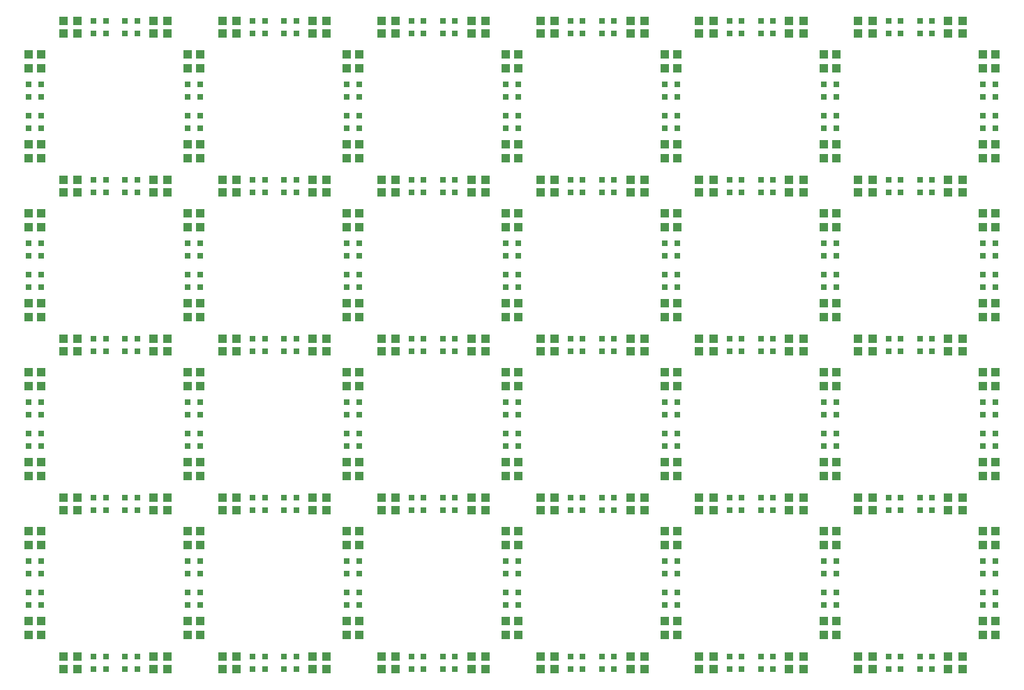
<source format=gtp>
G75*
%MOIN*%
%OFA0B0*%
%FSLAX25Y25*%
%IPPOS*%
%LPD*%
%AMOC8*
5,1,8,0,0,1.08239X$1,22.5*
%
%ADD10R,0.04331X0.03937*%
%ADD11R,0.03150X0.03150*%
%ADD12R,0.03937X0.04331*%
D10*
X0040291Y0033109D03*
X0046291Y0033109D03*
X0046291Y0039802D03*
X0040291Y0039802D03*
X0040291Y0076109D03*
X0046291Y0076109D03*
X0046291Y0082802D03*
X0040291Y0082802D03*
X0040291Y0109094D03*
X0046291Y0109094D03*
X0046291Y0115787D03*
X0040291Y0115787D03*
X0040291Y0152094D03*
X0046291Y0152094D03*
X0046291Y0158787D03*
X0040291Y0158787D03*
X0040291Y0185078D03*
X0046291Y0185078D03*
X0046291Y0191771D03*
X0040291Y0191771D03*
X0040291Y0228078D03*
X0046291Y0228078D03*
X0046291Y0234771D03*
X0040291Y0234771D03*
X0040291Y0261062D03*
X0046291Y0261062D03*
X0046291Y0267755D03*
X0040291Y0267755D03*
X0040291Y0304062D03*
X0046291Y0304062D03*
X0046291Y0310755D03*
X0040291Y0310755D03*
X0116276Y0310755D03*
X0122276Y0310755D03*
X0122276Y0304062D03*
X0116276Y0304062D03*
X0116276Y0267755D03*
X0122276Y0267755D03*
X0122276Y0261062D03*
X0116276Y0261062D03*
X0116276Y0234771D03*
X0122276Y0234771D03*
X0122276Y0228078D03*
X0116276Y0228078D03*
X0116276Y0191771D03*
X0122276Y0191771D03*
X0122276Y0185078D03*
X0116276Y0185078D03*
X0116276Y0158787D03*
X0122276Y0158787D03*
X0122276Y0152094D03*
X0116276Y0152094D03*
X0116276Y0115787D03*
X0122276Y0115787D03*
X0122276Y0109094D03*
X0116276Y0109094D03*
X0116276Y0082802D03*
X0122276Y0082802D03*
X0122276Y0076109D03*
X0116276Y0076109D03*
X0116276Y0039802D03*
X0122276Y0039802D03*
X0122276Y0033109D03*
X0116276Y0033109D03*
X0192260Y0033109D03*
X0198260Y0033109D03*
X0198260Y0039802D03*
X0192260Y0039802D03*
X0192260Y0076109D03*
X0198260Y0076109D03*
X0198260Y0082802D03*
X0192260Y0082802D03*
X0192260Y0109094D03*
X0198260Y0109094D03*
X0198260Y0115787D03*
X0192260Y0115787D03*
X0192260Y0152094D03*
X0198260Y0152094D03*
X0198260Y0158787D03*
X0192260Y0158787D03*
X0192260Y0185078D03*
X0198260Y0185078D03*
X0198260Y0191771D03*
X0192260Y0191771D03*
X0192260Y0228078D03*
X0198260Y0228078D03*
X0198260Y0234771D03*
X0192260Y0234771D03*
X0192260Y0261062D03*
X0198260Y0261062D03*
X0198260Y0267755D03*
X0192260Y0267755D03*
X0192260Y0304062D03*
X0198260Y0304062D03*
X0198260Y0310755D03*
X0192260Y0310755D03*
X0268244Y0310755D03*
X0274244Y0310755D03*
X0274244Y0304062D03*
X0268244Y0304062D03*
X0268244Y0267755D03*
X0274244Y0267755D03*
X0274244Y0261062D03*
X0268244Y0261062D03*
X0268244Y0234771D03*
X0274244Y0234771D03*
X0274244Y0228078D03*
X0268244Y0228078D03*
X0268244Y0191771D03*
X0274244Y0191771D03*
X0274244Y0185078D03*
X0268244Y0185078D03*
X0268244Y0158787D03*
X0274244Y0158787D03*
X0274244Y0152094D03*
X0268244Y0152094D03*
X0268244Y0115787D03*
X0274244Y0115787D03*
X0274244Y0109094D03*
X0268244Y0109094D03*
X0268244Y0082802D03*
X0274244Y0082802D03*
X0274244Y0076109D03*
X0268244Y0076109D03*
X0268244Y0039802D03*
X0274244Y0039802D03*
X0274244Y0033109D03*
X0268244Y0033109D03*
X0344228Y0033109D03*
X0350228Y0033109D03*
X0350228Y0039802D03*
X0344228Y0039802D03*
X0344228Y0076109D03*
X0350228Y0076109D03*
X0350228Y0082802D03*
X0344228Y0082802D03*
X0344228Y0109094D03*
X0350228Y0109094D03*
X0350228Y0115787D03*
X0344228Y0115787D03*
X0344228Y0152094D03*
X0350228Y0152094D03*
X0350228Y0158787D03*
X0344228Y0158787D03*
X0344228Y0185078D03*
X0350228Y0185078D03*
X0350228Y0191771D03*
X0344228Y0191771D03*
X0344228Y0228078D03*
X0350228Y0228078D03*
X0350228Y0234771D03*
X0344228Y0234771D03*
X0344228Y0261062D03*
X0350228Y0261062D03*
X0350228Y0267755D03*
X0344228Y0267755D03*
X0344228Y0304062D03*
X0350228Y0304062D03*
X0350228Y0310755D03*
X0344228Y0310755D03*
X0420213Y0310755D03*
X0426213Y0310755D03*
X0426213Y0304062D03*
X0420213Y0304062D03*
X0420213Y0267755D03*
X0426213Y0267755D03*
X0426213Y0261062D03*
X0420213Y0261062D03*
X0420213Y0234771D03*
X0426213Y0234771D03*
X0426213Y0228078D03*
X0420213Y0228078D03*
X0420213Y0191771D03*
X0426213Y0191771D03*
X0426213Y0185078D03*
X0420213Y0185078D03*
X0420213Y0158787D03*
X0426213Y0158787D03*
X0426213Y0152094D03*
X0420213Y0152094D03*
X0420213Y0115787D03*
X0426213Y0115787D03*
X0426213Y0109094D03*
X0420213Y0109094D03*
X0420213Y0082802D03*
X0426213Y0082802D03*
X0426213Y0076109D03*
X0420213Y0076109D03*
X0420213Y0039802D03*
X0426213Y0039802D03*
X0426213Y0033109D03*
X0420213Y0033109D03*
X0496197Y0033109D03*
X0502197Y0033109D03*
X0502197Y0039802D03*
X0496197Y0039802D03*
X0496197Y0076109D03*
X0502197Y0076109D03*
X0502197Y0082802D03*
X0496197Y0082802D03*
X0496197Y0109094D03*
X0502197Y0109094D03*
X0502197Y0115787D03*
X0496197Y0115787D03*
X0496197Y0152094D03*
X0502197Y0152094D03*
X0502197Y0158787D03*
X0496197Y0158787D03*
X0496197Y0185078D03*
X0502197Y0185078D03*
X0502197Y0191771D03*
X0496197Y0191771D03*
X0496197Y0228078D03*
X0502197Y0228078D03*
X0502197Y0234771D03*
X0496197Y0234771D03*
X0496197Y0261062D03*
X0502197Y0261062D03*
X0502197Y0267755D03*
X0496197Y0267755D03*
X0496197Y0304062D03*
X0502197Y0304062D03*
X0502197Y0310755D03*
X0496197Y0310755D03*
D11*
X0496197Y0296361D03*
X0502197Y0296361D03*
X0502197Y0290456D03*
X0496197Y0290456D03*
X0496197Y0281361D03*
X0502197Y0281361D03*
X0502197Y0275456D03*
X0496197Y0275456D03*
X0471913Y0250653D03*
X0466008Y0250653D03*
X0456913Y0250653D03*
X0451008Y0250653D03*
X0451008Y0244653D03*
X0456913Y0244653D03*
X0466008Y0244653D03*
X0471913Y0244653D03*
X0496197Y0220377D03*
X0502197Y0220377D03*
X0502197Y0214472D03*
X0496197Y0214472D03*
X0496197Y0205377D03*
X0496197Y0199472D03*
X0502197Y0199472D03*
X0502197Y0205377D03*
X0471913Y0174669D03*
X0466008Y0174669D03*
X0456913Y0174669D03*
X0451008Y0174669D03*
X0451008Y0168669D03*
X0456913Y0168669D03*
X0466008Y0168669D03*
X0471913Y0168669D03*
X0496197Y0144393D03*
X0502197Y0144393D03*
X0502197Y0138487D03*
X0496197Y0138487D03*
X0496197Y0129393D03*
X0496197Y0123487D03*
X0502197Y0123487D03*
X0502197Y0129393D03*
X0471913Y0098684D03*
X0471913Y0092684D03*
X0466008Y0092684D03*
X0466008Y0098684D03*
X0456913Y0098684D03*
X0451008Y0098684D03*
X0451008Y0092684D03*
X0456913Y0092684D03*
X0426213Y0068409D03*
X0426213Y0062503D03*
X0420213Y0062503D03*
X0420213Y0068409D03*
X0420213Y0053409D03*
X0426213Y0053409D03*
X0426213Y0047503D03*
X0420213Y0047503D03*
X0395929Y0022700D03*
X0390024Y0022700D03*
X0390024Y0016700D03*
X0395929Y0016700D03*
X0380929Y0016700D03*
X0375024Y0016700D03*
X0375024Y0022700D03*
X0380929Y0022700D03*
X0350228Y0047503D03*
X0344228Y0047503D03*
X0344228Y0053409D03*
X0350228Y0053409D03*
X0350228Y0062503D03*
X0350228Y0068409D03*
X0344228Y0068409D03*
X0344228Y0062503D03*
X0319945Y0092684D03*
X0314039Y0092684D03*
X0314039Y0098684D03*
X0319945Y0098684D03*
X0304945Y0098684D03*
X0299039Y0098684D03*
X0299039Y0092684D03*
X0304945Y0092684D03*
X0274244Y0068409D03*
X0274244Y0062503D03*
X0268244Y0062503D03*
X0268244Y0068409D03*
X0268244Y0053409D03*
X0274244Y0053409D03*
X0274244Y0047503D03*
X0268244Y0047503D03*
X0243961Y0022700D03*
X0238055Y0022700D03*
X0228961Y0022700D03*
X0223055Y0022700D03*
X0223055Y0016700D03*
X0228961Y0016700D03*
X0238055Y0016700D03*
X0243961Y0016700D03*
X0198260Y0047503D03*
X0192260Y0047503D03*
X0192260Y0053409D03*
X0198260Y0053409D03*
X0198260Y0062503D03*
X0198260Y0068409D03*
X0192260Y0068409D03*
X0192260Y0062503D03*
X0167976Y0092684D03*
X0162071Y0092684D03*
X0162071Y0098684D03*
X0167976Y0098684D03*
X0152976Y0098684D03*
X0147071Y0098684D03*
X0147071Y0092684D03*
X0152976Y0092684D03*
X0122276Y0068409D03*
X0122276Y0062503D03*
X0116276Y0062503D03*
X0116276Y0068409D03*
X0116276Y0053409D03*
X0122276Y0053409D03*
X0122276Y0047503D03*
X0116276Y0047503D03*
X0091992Y0022700D03*
X0086087Y0022700D03*
X0086087Y0016700D03*
X0091992Y0016700D03*
X0076992Y0016700D03*
X0071087Y0016700D03*
X0071087Y0022700D03*
X0076992Y0022700D03*
X0046291Y0047503D03*
X0040291Y0047503D03*
X0040291Y0053409D03*
X0046291Y0053409D03*
X0046291Y0062503D03*
X0046291Y0068409D03*
X0040291Y0068409D03*
X0040291Y0062503D03*
X0071087Y0092684D03*
X0076992Y0092684D03*
X0076992Y0098684D03*
X0071087Y0098684D03*
X0086087Y0098684D03*
X0091992Y0098684D03*
X0091992Y0092684D03*
X0086087Y0092684D03*
X0116276Y0123487D03*
X0116276Y0129393D03*
X0122276Y0129393D03*
X0122276Y0123487D03*
X0122276Y0138487D03*
X0116276Y0138487D03*
X0116276Y0144393D03*
X0122276Y0144393D03*
X0147071Y0168669D03*
X0152976Y0168669D03*
X0152976Y0174669D03*
X0147071Y0174669D03*
X0162071Y0174669D03*
X0167976Y0174669D03*
X0167976Y0168669D03*
X0162071Y0168669D03*
X0192260Y0144393D03*
X0198260Y0144393D03*
X0198260Y0138487D03*
X0192260Y0138487D03*
X0192260Y0129393D03*
X0192260Y0123487D03*
X0198260Y0123487D03*
X0198260Y0129393D03*
X0223055Y0098684D03*
X0228961Y0098684D03*
X0228961Y0092684D03*
X0223055Y0092684D03*
X0238055Y0092684D03*
X0238055Y0098684D03*
X0243961Y0098684D03*
X0243961Y0092684D03*
X0268244Y0123487D03*
X0268244Y0129393D03*
X0274244Y0129393D03*
X0274244Y0123487D03*
X0274244Y0138487D03*
X0268244Y0138487D03*
X0268244Y0144393D03*
X0274244Y0144393D03*
X0299039Y0168669D03*
X0304945Y0168669D03*
X0304945Y0174669D03*
X0299039Y0174669D03*
X0314039Y0174669D03*
X0319945Y0174669D03*
X0319945Y0168669D03*
X0314039Y0168669D03*
X0344228Y0144393D03*
X0350228Y0144393D03*
X0350228Y0138487D03*
X0344228Y0138487D03*
X0344228Y0129393D03*
X0344228Y0123487D03*
X0350228Y0123487D03*
X0350228Y0129393D03*
X0375024Y0098684D03*
X0380929Y0098684D03*
X0380929Y0092684D03*
X0375024Y0092684D03*
X0390024Y0092684D03*
X0395929Y0092684D03*
X0395929Y0098684D03*
X0390024Y0098684D03*
X0420213Y0123487D03*
X0420213Y0129393D03*
X0426213Y0129393D03*
X0426213Y0123487D03*
X0426213Y0138487D03*
X0420213Y0138487D03*
X0420213Y0144393D03*
X0426213Y0144393D03*
X0395929Y0168669D03*
X0390024Y0168669D03*
X0390024Y0174669D03*
X0395929Y0174669D03*
X0380929Y0174669D03*
X0375024Y0174669D03*
X0375024Y0168669D03*
X0380929Y0168669D03*
X0350228Y0199472D03*
X0350228Y0205377D03*
X0344228Y0205377D03*
X0344228Y0199472D03*
X0344228Y0214472D03*
X0350228Y0214472D03*
X0350228Y0220377D03*
X0344228Y0220377D03*
X0319945Y0244653D03*
X0314039Y0244653D03*
X0314039Y0250653D03*
X0319945Y0250653D03*
X0304945Y0250653D03*
X0299039Y0250653D03*
X0299039Y0244653D03*
X0304945Y0244653D03*
X0274244Y0220377D03*
X0268244Y0220377D03*
X0268244Y0214472D03*
X0274244Y0214472D03*
X0274244Y0205377D03*
X0274244Y0199472D03*
X0268244Y0199472D03*
X0268244Y0205377D03*
X0243961Y0174669D03*
X0238055Y0174669D03*
X0228961Y0174669D03*
X0223055Y0174669D03*
X0223055Y0168669D03*
X0228961Y0168669D03*
X0238055Y0168669D03*
X0243961Y0168669D03*
X0198260Y0199472D03*
X0198260Y0205377D03*
X0192260Y0205377D03*
X0192260Y0199472D03*
X0192260Y0214472D03*
X0198260Y0214472D03*
X0198260Y0220377D03*
X0192260Y0220377D03*
X0167976Y0244653D03*
X0162071Y0244653D03*
X0162071Y0250653D03*
X0167976Y0250653D03*
X0152976Y0250653D03*
X0147071Y0250653D03*
X0147071Y0244653D03*
X0152976Y0244653D03*
X0122276Y0220377D03*
X0116276Y0220377D03*
X0116276Y0214472D03*
X0122276Y0214472D03*
X0122276Y0205377D03*
X0122276Y0199472D03*
X0116276Y0199472D03*
X0116276Y0205377D03*
X0091992Y0174669D03*
X0086087Y0174669D03*
X0086087Y0168669D03*
X0091992Y0168669D03*
X0076992Y0168669D03*
X0071087Y0168669D03*
X0071087Y0174669D03*
X0076992Y0174669D03*
X0046291Y0199472D03*
X0046291Y0205377D03*
X0040291Y0205377D03*
X0040291Y0199472D03*
X0040291Y0214472D03*
X0046291Y0214472D03*
X0046291Y0220377D03*
X0040291Y0220377D03*
X0071087Y0244653D03*
X0076992Y0244653D03*
X0076992Y0250653D03*
X0071087Y0250653D03*
X0086087Y0250653D03*
X0091992Y0250653D03*
X0091992Y0244653D03*
X0086087Y0244653D03*
X0116276Y0275456D03*
X0122276Y0275456D03*
X0122276Y0281361D03*
X0116276Y0281361D03*
X0116276Y0290456D03*
X0122276Y0290456D03*
X0122276Y0296361D03*
X0116276Y0296361D03*
X0091992Y0320637D03*
X0086087Y0320637D03*
X0086087Y0326637D03*
X0091992Y0326637D03*
X0076992Y0326637D03*
X0071087Y0326637D03*
X0071087Y0320637D03*
X0076992Y0320637D03*
X0046291Y0296361D03*
X0040291Y0296361D03*
X0040291Y0290456D03*
X0046291Y0290456D03*
X0046291Y0281361D03*
X0040291Y0281361D03*
X0040291Y0275456D03*
X0046291Y0275456D03*
X0147071Y0320637D03*
X0152976Y0320637D03*
X0152976Y0326637D03*
X0147071Y0326637D03*
X0162071Y0326637D03*
X0167976Y0326637D03*
X0167976Y0320637D03*
X0162071Y0320637D03*
X0192260Y0296361D03*
X0198260Y0296361D03*
X0198260Y0290456D03*
X0192260Y0290456D03*
X0192260Y0281361D03*
X0198260Y0281361D03*
X0198260Y0275456D03*
X0192260Y0275456D03*
X0223055Y0250653D03*
X0228961Y0250653D03*
X0238055Y0250653D03*
X0243961Y0250653D03*
X0243961Y0244653D03*
X0238055Y0244653D03*
X0228961Y0244653D03*
X0223055Y0244653D03*
X0268244Y0275456D03*
X0274244Y0275456D03*
X0274244Y0281361D03*
X0268244Y0281361D03*
X0268244Y0290456D03*
X0274244Y0290456D03*
X0274244Y0296361D03*
X0268244Y0296361D03*
X0243961Y0320637D03*
X0238055Y0320637D03*
X0228961Y0320637D03*
X0223055Y0320637D03*
X0223055Y0326637D03*
X0228961Y0326637D03*
X0238055Y0326637D03*
X0243961Y0326637D03*
X0299039Y0326637D03*
X0304945Y0326637D03*
X0304945Y0320637D03*
X0299039Y0320637D03*
X0314039Y0320637D03*
X0319945Y0320637D03*
X0319945Y0326637D03*
X0314039Y0326637D03*
X0344228Y0296361D03*
X0350228Y0296361D03*
X0350228Y0290456D03*
X0344228Y0290456D03*
X0344228Y0281361D03*
X0350228Y0281361D03*
X0350228Y0275456D03*
X0344228Y0275456D03*
X0375024Y0250653D03*
X0380929Y0250653D03*
X0380929Y0244653D03*
X0375024Y0244653D03*
X0390024Y0244653D03*
X0395929Y0244653D03*
X0395929Y0250653D03*
X0390024Y0250653D03*
X0420213Y0275456D03*
X0426213Y0275456D03*
X0426213Y0281361D03*
X0420213Y0281361D03*
X0420213Y0290456D03*
X0426213Y0290456D03*
X0426213Y0296361D03*
X0420213Y0296361D03*
X0395929Y0320637D03*
X0390024Y0320637D03*
X0390024Y0326637D03*
X0395929Y0326637D03*
X0380929Y0326637D03*
X0375024Y0326637D03*
X0375024Y0320637D03*
X0380929Y0320637D03*
X0451008Y0320637D03*
X0456913Y0320637D03*
X0466008Y0320637D03*
X0471913Y0320637D03*
X0471913Y0326637D03*
X0466008Y0326637D03*
X0456913Y0326637D03*
X0451008Y0326637D03*
X0426213Y0220377D03*
X0420213Y0220377D03*
X0420213Y0214472D03*
X0426213Y0214472D03*
X0426213Y0205377D03*
X0426213Y0199472D03*
X0420213Y0199472D03*
X0420213Y0205377D03*
X0496197Y0068409D03*
X0496197Y0062503D03*
X0502197Y0062503D03*
X0502197Y0068409D03*
X0502197Y0053409D03*
X0496197Y0053409D03*
X0496197Y0047503D03*
X0502197Y0047503D03*
X0471913Y0022700D03*
X0466008Y0022700D03*
X0456913Y0022700D03*
X0451008Y0022700D03*
X0451008Y0016700D03*
X0456913Y0016700D03*
X0466008Y0016700D03*
X0471913Y0016700D03*
X0319945Y0016700D03*
X0314039Y0016700D03*
X0314039Y0022700D03*
X0319945Y0022700D03*
X0304945Y0022700D03*
X0299039Y0022700D03*
X0299039Y0016700D03*
X0304945Y0016700D03*
X0167976Y0016700D03*
X0162071Y0016700D03*
X0162071Y0022700D03*
X0167976Y0022700D03*
X0152976Y0022700D03*
X0147071Y0022700D03*
X0147071Y0016700D03*
X0152976Y0016700D03*
X0046291Y0123487D03*
X0046291Y0129393D03*
X0040291Y0129393D03*
X0040291Y0123487D03*
X0040291Y0138487D03*
X0046291Y0138487D03*
X0046291Y0144393D03*
X0040291Y0144393D03*
D12*
X0056693Y0168669D03*
X0056693Y0174669D03*
X0063386Y0174669D03*
X0063386Y0168669D03*
X0099693Y0168669D03*
X0106386Y0168669D03*
X0106386Y0174669D03*
X0099693Y0174669D03*
X0132677Y0174669D03*
X0139370Y0174669D03*
X0139370Y0168669D03*
X0132677Y0168669D03*
X0175677Y0168669D03*
X0175677Y0174669D03*
X0182370Y0174669D03*
X0182370Y0168669D03*
X0208661Y0168669D03*
X0215354Y0168669D03*
X0215354Y0174669D03*
X0208661Y0174669D03*
X0251661Y0174669D03*
X0258354Y0174669D03*
X0258354Y0168669D03*
X0251661Y0168669D03*
X0284646Y0168669D03*
X0284646Y0174669D03*
X0291339Y0174669D03*
X0291339Y0168669D03*
X0327646Y0168669D03*
X0334339Y0168669D03*
X0334339Y0174669D03*
X0327646Y0174669D03*
X0360630Y0174669D03*
X0367323Y0174669D03*
X0367323Y0168669D03*
X0360630Y0168669D03*
X0403630Y0168669D03*
X0403630Y0174669D03*
X0410323Y0174669D03*
X0410323Y0168669D03*
X0436614Y0168669D03*
X0443307Y0168669D03*
X0443307Y0174669D03*
X0436614Y0174669D03*
X0479614Y0174669D03*
X0486307Y0174669D03*
X0486307Y0168669D03*
X0479614Y0168669D03*
X0479614Y0098684D03*
X0479614Y0092684D03*
X0486307Y0092684D03*
X0486307Y0098684D03*
X0443307Y0098684D03*
X0443307Y0092684D03*
X0436614Y0092684D03*
X0436614Y0098684D03*
X0410323Y0098684D03*
X0410323Y0092684D03*
X0403630Y0092684D03*
X0403630Y0098684D03*
X0367323Y0098684D03*
X0367323Y0092684D03*
X0360630Y0092684D03*
X0360630Y0098684D03*
X0334339Y0098684D03*
X0334339Y0092684D03*
X0327646Y0092684D03*
X0327646Y0098684D03*
X0291339Y0098684D03*
X0291339Y0092684D03*
X0284646Y0092684D03*
X0284646Y0098684D03*
X0258354Y0098684D03*
X0258354Y0092684D03*
X0251661Y0092684D03*
X0251661Y0098684D03*
X0215354Y0098684D03*
X0215354Y0092684D03*
X0208661Y0092684D03*
X0208661Y0098684D03*
X0182370Y0098684D03*
X0182370Y0092684D03*
X0175677Y0092684D03*
X0175677Y0098684D03*
X0139370Y0098684D03*
X0139370Y0092684D03*
X0132677Y0092684D03*
X0132677Y0098684D03*
X0106386Y0098684D03*
X0106386Y0092684D03*
X0099693Y0092684D03*
X0099693Y0098684D03*
X0063386Y0098684D03*
X0063386Y0092684D03*
X0056693Y0092684D03*
X0056693Y0098684D03*
X0056693Y0022700D03*
X0056693Y0016700D03*
X0063386Y0016700D03*
X0063386Y0022700D03*
X0099693Y0022700D03*
X0106386Y0022700D03*
X0106386Y0016700D03*
X0099693Y0016700D03*
X0132677Y0016700D03*
X0139370Y0016700D03*
X0139370Y0022700D03*
X0132677Y0022700D03*
X0175677Y0022700D03*
X0175677Y0016700D03*
X0182370Y0016700D03*
X0182370Y0022700D03*
X0208661Y0022700D03*
X0215354Y0022700D03*
X0215354Y0016700D03*
X0208661Y0016700D03*
X0251661Y0016700D03*
X0258354Y0016700D03*
X0258354Y0022700D03*
X0251661Y0022700D03*
X0284646Y0022700D03*
X0284646Y0016700D03*
X0291339Y0016700D03*
X0291339Y0022700D03*
X0327646Y0022700D03*
X0334339Y0022700D03*
X0334339Y0016700D03*
X0327646Y0016700D03*
X0360630Y0016700D03*
X0367323Y0016700D03*
X0367323Y0022700D03*
X0360630Y0022700D03*
X0403630Y0022700D03*
X0403630Y0016700D03*
X0410323Y0016700D03*
X0410323Y0022700D03*
X0436614Y0022700D03*
X0443307Y0022700D03*
X0443307Y0016700D03*
X0436614Y0016700D03*
X0479614Y0016700D03*
X0486307Y0016700D03*
X0486307Y0022700D03*
X0479614Y0022700D03*
X0479614Y0244653D03*
X0486307Y0244653D03*
X0486307Y0250653D03*
X0479614Y0250653D03*
X0443307Y0250653D03*
X0436614Y0250653D03*
X0436614Y0244653D03*
X0443307Y0244653D03*
X0410323Y0244653D03*
X0410323Y0250653D03*
X0403630Y0250653D03*
X0403630Y0244653D03*
X0367323Y0244653D03*
X0360630Y0244653D03*
X0360630Y0250653D03*
X0367323Y0250653D03*
X0334339Y0250653D03*
X0327646Y0250653D03*
X0327646Y0244653D03*
X0334339Y0244653D03*
X0291339Y0244653D03*
X0291339Y0250653D03*
X0284646Y0250653D03*
X0284646Y0244653D03*
X0258354Y0244653D03*
X0251661Y0244653D03*
X0251661Y0250653D03*
X0258354Y0250653D03*
X0215354Y0250653D03*
X0208661Y0250653D03*
X0208661Y0244653D03*
X0215354Y0244653D03*
X0182370Y0244653D03*
X0182370Y0250653D03*
X0175677Y0250653D03*
X0175677Y0244653D03*
X0139370Y0244653D03*
X0132677Y0244653D03*
X0132677Y0250653D03*
X0139370Y0250653D03*
X0106386Y0250653D03*
X0099693Y0250653D03*
X0099693Y0244653D03*
X0106386Y0244653D03*
X0063386Y0244653D03*
X0063386Y0250653D03*
X0056693Y0250653D03*
X0056693Y0244653D03*
X0056693Y0320637D03*
X0056693Y0326637D03*
X0063386Y0326637D03*
X0063386Y0320637D03*
X0099693Y0320637D03*
X0106386Y0320637D03*
X0106386Y0326637D03*
X0099693Y0326637D03*
X0132677Y0326637D03*
X0139370Y0326637D03*
X0139370Y0320637D03*
X0132677Y0320637D03*
X0175677Y0320637D03*
X0175677Y0326637D03*
X0182370Y0326637D03*
X0182370Y0320637D03*
X0208661Y0320637D03*
X0215354Y0320637D03*
X0215354Y0326637D03*
X0208661Y0326637D03*
X0251661Y0326637D03*
X0258354Y0326637D03*
X0258354Y0320637D03*
X0251661Y0320637D03*
X0284646Y0320637D03*
X0284646Y0326637D03*
X0291339Y0326637D03*
X0291339Y0320637D03*
X0327646Y0320637D03*
X0334339Y0320637D03*
X0334339Y0326637D03*
X0327646Y0326637D03*
X0360630Y0326637D03*
X0367323Y0326637D03*
X0367323Y0320637D03*
X0360630Y0320637D03*
X0403630Y0320637D03*
X0403630Y0326637D03*
X0410323Y0326637D03*
X0410323Y0320637D03*
X0436614Y0320637D03*
X0443307Y0320637D03*
X0443307Y0326637D03*
X0436614Y0326637D03*
X0479614Y0326637D03*
X0486307Y0326637D03*
X0486307Y0320637D03*
X0479614Y0320637D03*
M02*

</source>
